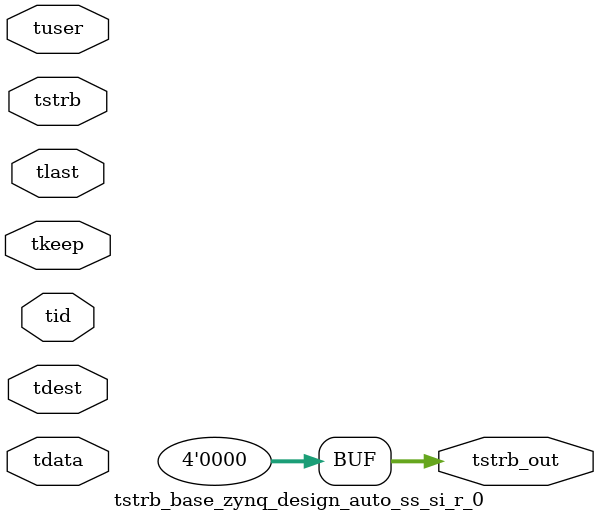
<source format=v>


`timescale 1ps/1ps

module tstrb_base_zynq_design_auto_ss_si_r_0 #
(
parameter C_S_AXIS_TDATA_WIDTH = 32,
parameter C_S_AXIS_TUSER_WIDTH = 0,
parameter C_S_AXIS_TID_WIDTH   = 0,
parameter C_S_AXIS_TDEST_WIDTH = 0,
parameter C_M_AXIS_TDATA_WIDTH = 32
)
(
input  [(C_S_AXIS_TDATA_WIDTH == 0 ? 1 : C_S_AXIS_TDATA_WIDTH)-1:0     ] tdata,
input  [(C_S_AXIS_TUSER_WIDTH == 0 ? 1 : C_S_AXIS_TUSER_WIDTH)-1:0     ] tuser,
input  [(C_S_AXIS_TID_WIDTH   == 0 ? 1 : C_S_AXIS_TID_WIDTH)-1:0       ] tid,
input  [(C_S_AXIS_TDEST_WIDTH == 0 ? 1 : C_S_AXIS_TDEST_WIDTH)-1:0     ] tdest,
input  [(C_S_AXIS_TDATA_WIDTH/8)-1:0 ] tkeep,
input  [(C_S_AXIS_TDATA_WIDTH/8)-1:0 ] tstrb,
input                                                                    tlast,
output [(C_M_AXIS_TDATA_WIDTH/8)-1:0 ] tstrb_out
);

assign tstrb_out = {1'b0};

endmodule


</source>
